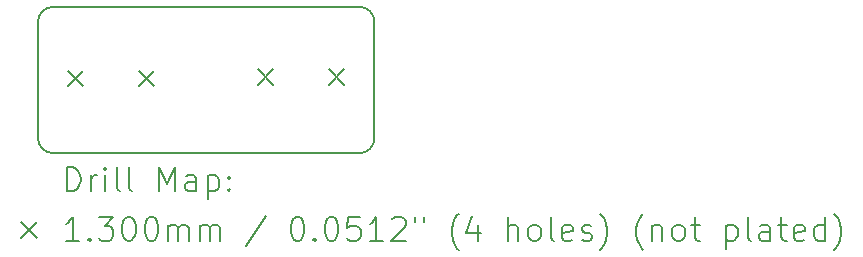
<source format=gbr>
%FSLAX45Y45*%
G04 Gerber Fmt 4.5, Leading zero omitted, Abs format (unit mm)*
G04 Created by KiCad (PCBNEW (6.0.2)) date 2022-09-05 01:34:12*
%MOMM*%
%LPD*%
G01*
G04 APERTURE LIST*
%TA.AperFunction,Profile*%
%ADD10C,0.200000*%
%TD*%
%ADD11C,0.200000*%
%ADD12C,0.130000*%
G04 APERTURE END LIST*
D10*
X2875000Y1120000D02*
G75*
G03*
X2745000Y1250000I-130000J0D01*
G01*
X2745000Y10000D02*
G75*
G03*
X2875000Y140000I0J130000D01*
G01*
X2745000Y10000D02*
X155000Y10000D01*
X25000Y140000D02*
X25000Y1120000D01*
X2875000Y1120000D02*
X2875000Y140000D01*
X155000Y1250000D02*
X2745000Y1250000D01*
X25000Y140000D02*
G75*
G03*
X155000Y10000I130000J0D01*
G01*
X155000Y1250000D02*
G75*
G03*
X25000Y1120000I0J-130000D01*
G01*
D11*
D12*
X280000Y708000D02*
X410000Y578000D01*
X410000Y708000D02*
X280000Y578000D01*
X880000Y708000D02*
X1010000Y578000D01*
X1010000Y708000D02*
X880000Y578000D01*
X1890000Y720000D02*
X2020000Y590000D01*
X2020000Y720000D02*
X1890000Y590000D01*
X2490000Y720000D02*
X2620000Y590000D01*
X2620000Y720000D02*
X2490000Y590000D01*
D11*
X272619Y-310476D02*
X272619Y-110476D01*
X320238Y-110476D01*
X348810Y-120000D01*
X367857Y-139048D01*
X377381Y-158095D01*
X386905Y-196190D01*
X386905Y-224762D01*
X377381Y-262857D01*
X367857Y-281905D01*
X348810Y-300952D01*
X320238Y-310476D01*
X272619Y-310476D01*
X472619Y-310476D02*
X472619Y-177143D01*
X472619Y-215238D02*
X482143Y-196190D01*
X491667Y-186667D01*
X510714Y-177143D01*
X529762Y-177143D01*
X596429Y-310476D02*
X596429Y-177143D01*
X596429Y-110476D02*
X586905Y-120000D01*
X596429Y-129524D01*
X605952Y-120000D01*
X596429Y-110476D01*
X596429Y-129524D01*
X720238Y-310476D02*
X701190Y-300952D01*
X691667Y-281905D01*
X691667Y-110476D01*
X825000Y-310476D02*
X805952Y-300952D01*
X796428Y-281905D01*
X796428Y-110476D01*
X1053571Y-310476D02*
X1053571Y-110476D01*
X1120238Y-253333D01*
X1186905Y-110476D01*
X1186905Y-310476D01*
X1367857Y-310476D02*
X1367857Y-205714D01*
X1358333Y-186667D01*
X1339286Y-177143D01*
X1301190Y-177143D01*
X1282143Y-186667D01*
X1367857Y-300952D02*
X1348810Y-310476D01*
X1301190Y-310476D01*
X1282143Y-300952D01*
X1272619Y-281905D01*
X1272619Y-262857D01*
X1282143Y-243809D01*
X1301190Y-234286D01*
X1348810Y-234286D01*
X1367857Y-224762D01*
X1463095Y-177143D02*
X1463095Y-377143D01*
X1463095Y-186667D02*
X1482143Y-177143D01*
X1520238Y-177143D01*
X1539286Y-186667D01*
X1548809Y-196190D01*
X1558333Y-215238D01*
X1558333Y-272381D01*
X1548809Y-291429D01*
X1539286Y-300952D01*
X1520238Y-310476D01*
X1482143Y-310476D01*
X1463095Y-300952D01*
X1644048Y-291429D02*
X1653571Y-300952D01*
X1644048Y-310476D01*
X1634524Y-300952D01*
X1644048Y-291429D01*
X1644048Y-310476D01*
X1644048Y-186667D02*
X1653571Y-196190D01*
X1644048Y-205714D01*
X1634524Y-196190D01*
X1644048Y-186667D01*
X1644048Y-205714D01*
D12*
X-115000Y-575000D02*
X15000Y-705000D01*
X15000Y-575000D02*
X-115000Y-705000D01*
D11*
X377381Y-730476D02*
X263095Y-730476D01*
X320238Y-730476D02*
X320238Y-530476D01*
X301190Y-559048D01*
X282143Y-578095D01*
X263095Y-587619D01*
X463095Y-711428D02*
X472619Y-720952D01*
X463095Y-730476D01*
X453571Y-720952D01*
X463095Y-711428D01*
X463095Y-730476D01*
X539286Y-530476D02*
X663095Y-530476D01*
X596429Y-606667D01*
X625000Y-606667D01*
X644048Y-616190D01*
X653571Y-625714D01*
X663095Y-644762D01*
X663095Y-692381D01*
X653571Y-711428D01*
X644048Y-720952D01*
X625000Y-730476D01*
X567857Y-730476D01*
X548810Y-720952D01*
X539286Y-711428D01*
X786905Y-530476D02*
X805952Y-530476D01*
X825000Y-540000D01*
X834524Y-549524D01*
X844048Y-568571D01*
X853571Y-606667D01*
X853571Y-654286D01*
X844048Y-692381D01*
X834524Y-711428D01*
X825000Y-720952D01*
X805952Y-730476D01*
X786905Y-730476D01*
X767857Y-720952D01*
X758333Y-711428D01*
X748809Y-692381D01*
X739286Y-654286D01*
X739286Y-606667D01*
X748809Y-568571D01*
X758333Y-549524D01*
X767857Y-540000D01*
X786905Y-530476D01*
X977381Y-530476D02*
X996428Y-530476D01*
X1015476Y-540000D01*
X1025000Y-549524D01*
X1034524Y-568571D01*
X1044048Y-606667D01*
X1044048Y-654286D01*
X1034524Y-692381D01*
X1025000Y-711428D01*
X1015476Y-720952D01*
X996428Y-730476D01*
X977381Y-730476D01*
X958333Y-720952D01*
X948809Y-711428D01*
X939286Y-692381D01*
X929762Y-654286D01*
X929762Y-606667D01*
X939286Y-568571D01*
X948809Y-549524D01*
X958333Y-540000D01*
X977381Y-530476D01*
X1129762Y-730476D02*
X1129762Y-597143D01*
X1129762Y-616190D02*
X1139286Y-606667D01*
X1158333Y-597143D01*
X1186905Y-597143D01*
X1205952Y-606667D01*
X1215476Y-625714D01*
X1215476Y-730476D01*
X1215476Y-625714D02*
X1225000Y-606667D01*
X1244048Y-597143D01*
X1272619Y-597143D01*
X1291667Y-606667D01*
X1301190Y-625714D01*
X1301190Y-730476D01*
X1396429Y-730476D02*
X1396429Y-597143D01*
X1396429Y-616190D02*
X1405952Y-606667D01*
X1425000Y-597143D01*
X1453571Y-597143D01*
X1472619Y-606667D01*
X1482143Y-625714D01*
X1482143Y-730476D01*
X1482143Y-625714D02*
X1491667Y-606667D01*
X1510714Y-597143D01*
X1539286Y-597143D01*
X1558333Y-606667D01*
X1567857Y-625714D01*
X1567857Y-730476D01*
X1958333Y-520952D02*
X1786905Y-778095D01*
X2215476Y-530476D02*
X2234524Y-530476D01*
X2253571Y-540000D01*
X2263095Y-549524D01*
X2272619Y-568571D01*
X2282143Y-606667D01*
X2282143Y-654286D01*
X2272619Y-692381D01*
X2263095Y-711428D01*
X2253571Y-720952D01*
X2234524Y-730476D01*
X2215476Y-730476D01*
X2196429Y-720952D01*
X2186905Y-711428D01*
X2177381Y-692381D01*
X2167857Y-654286D01*
X2167857Y-606667D01*
X2177381Y-568571D01*
X2186905Y-549524D01*
X2196429Y-540000D01*
X2215476Y-530476D01*
X2367857Y-711428D02*
X2377381Y-720952D01*
X2367857Y-730476D01*
X2358333Y-720952D01*
X2367857Y-711428D01*
X2367857Y-730476D01*
X2501190Y-530476D02*
X2520238Y-530476D01*
X2539286Y-540000D01*
X2548810Y-549524D01*
X2558333Y-568571D01*
X2567857Y-606667D01*
X2567857Y-654286D01*
X2558333Y-692381D01*
X2548810Y-711428D01*
X2539286Y-720952D01*
X2520238Y-730476D01*
X2501190Y-730476D01*
X2482143Y-720952D01*
X2472619Y-711428D01*
X2463095Y-692381D01*
X2453571Y-654286D01*
X2453571Y-606667D01*
X2463095Y-568571D01*
X2472619Y-549524D01*
X2482143Y-540000D01*
X2501190Y-530476D01*
X2748810Y-530476D02*
X2653571Y-530476D01*
X2644048Y-625714D01*
X2653571Y-616190D01*
X2672619Y-606667D01*
X2720238Y-606667D01*
X2739286Y-616190D01*
X2748810Y-625714D01*
X2758333Y-644762D01*
X2758333Y-692381D01*
X2748810Y-711428D01*
X2739286Y-720952D01*
X2720238Y-730476D01*
X2672619Y-730476D01*
X2653571Y-720952D01*
X2644048Y-711428D01*
X2948809Y-730476D02*
X2834524Y-730476D01*
X2891667Y-730476D02*
X2891667Y-530476D01*
X2872619Y-559048D01*
X2853571Y-578095D01*
X2834524Y-587619D01*
X3025000Y-549524D02*
X3034524Y-540000D01*
X3053571Y-530476D01*
X3101190Y-530476D01*
X3120238Y-540000D01*
X3129762Y-549524D01*
X3139286Y-568571D01*
X3139286Y-587619D01*
X3129762Y-616190D01*
X3015476Y-730476D01*
X3139286Y-730476D01*
X3215476Y-530476D02*
X3215476Y-568571D01*
X3291667Y-530476D02*
X3291667Y-568571D01*
X3586905Y-806667D02*
X3577381Y-797143D01*
X3558333Y-768571D01*
X3548809Y-749524D01*
X3539286Y-720952D01*
X3529762Y-673333D01*
X3529762Y-635238D01*
X3539286Y-587619D01*
X3548809Y-559048D01*
X3558333Y-540000D01*
X3577381Y-511428D01*
X3586905Y-501905D01*
X3748809Y-597143D02*
X3748809Y-730476D01*
X3701190Y-520952D02*
X3653571Y-663810D01*
X3777381Y-663810D01*
X4005952Y-730476D02*
X4005952Y-530476D01*
X4091667Y-730476D02*
X4091667Y-625714D01*
X4082143Y-606667D01*
X4063095Y-597143D01*
X4034524Y-597143D01*
X4015476Y-606667D01*
X4005952Y-616190D01*
X4215476Y-730476D02*
X4196429Y-720952D01*
X4186905Y-711428D01*
X4177381Y-692381D01*
X4177381Y-635238D01*
X4186905Y-616190D01*
X4196429Y-606667D01*
X4215476Y-597143D01*
X4244048Y-597143D01*
X4263095Y-606667D01*
X4272619Y-616190D01*
X4282143Y-635238D01*
X4282143Y-692381D01*
X4272619Y-711428D01*
X4263095Y-720952D01*
X4244048Y-730476D01*
X4215476Y-730476D01*
X4396429Y-730476D02*
X4377381Y-720952D01*
X4367857Y-701905D01*
X4367857Y-530476D01*
X4548810Y-720952D02*
X4529762Y-730476D01*
X4491667Y-730476D01*
X4472619Y-720952D01*
X4463095Y-701905D01*
X4463095Y-625714D01*
X4472619Y-606667D01*
X4491667Y-597143D01*
X4529762Y-597143D01*
X4548810Y-606667D01*
X4558333Y-625714D01*
X4558333Y-644762D01*
X4463095Y-663810D01*
X4634524Y-720952D02*
X4653571Y-730476D01*
X4691667Y-730476D01*
X4710714Y-720952D01*
X4720238Y-701905D01*
X4720238Y-692381D01*
X4710714Y-673333D01*
X4691667Y-663810D01*
X4663095Y-663810D01*
X4644048Y-654286D01*
X4634524Y-635238D01*
X4634524Y-625714D01*
X4644048Y-606667D01*
X4663095Y-597143D01*
X4691667Y-597143D01*
X4710714Y-606667D01*
X4786905Y-806667D02*
X4796429Y-797143D01*
X4815476Y-768571D01*
X4825000Y-749524D01*
X4834524Y-720952D01*
X4844048Y-673333D01*
X4844048Y-635238D01*
X4834524Y-587619D01*
X4825000Y-559048D01*
X4815476Y-540000D01*
X4796429Y-511428D01*
X4786905Y-501905D01*
X5148810Y-806667D02*
X5139286Y-797143D01*
X5120238Y-768571D01*
X5110714Y-749524D01*
X5101190Y-720952D01*
X5091667Y-673333D01*
X5091667Y-635238D01*
X5101190Y-587619D01*
X5110714Y-559048D01*
X5120238Y-540000D01*
X5139286Y-511428D01*
X5148810Y-501905D01*
X5225000Y-597143D02*
X5225000Y-730476D01*
X5225000Y-616190D02*
X5234524Y-606667D01*
X5253571Y-597143D01*
X5282143Y-597143D01*
X5301190Y-606667D01*
X5310714Y-625714D01*
X5310714Y-730476D01*
X5434524Y-730476D02*
X5415476Y-720952D01*
X5405952Y-711428D01*
X5396429Y-692381D01*
X5396429Y-635238D01*
X5405952Y-616190D01*
X5415476Y-606667D01*
X5434524Y-597143D01*
X5463095Y-597143D01*
X5482143Y-606667D01*
X5491667Y-616190D01*
X5501190Y-635238D01*
X5501190Y-692381D01*
X5491667Y-711428D01*
X5482143Y-720952D01*
X5463095Y-730476D01*
X5434524Y-730476D01*
X5558333Y-597143D02*
X5634524Y-597143D01*
X5586905Y-530476D02*
X5586905Y-701905D01*
X5596428Y-720952D01*
X5615476Y-730476D01*
X5634524Y-730476D01*
X5853571Y-597143D02*
X5853571Y-797143D01*
X5853571Y-606667D02*
X5872619Y-597143D01*
X5910714Y-597143D01*
X5929762Y-606667D01*
X5939286Y-616190D01*
X5948809Y-635238D01*
X5948809Y-692381D01*
X5939286Y-711428D01*
X5929762Y-720952D01*
X5910714Y-730476D01*
X5872619Y-730476D01*
X5853571Y-720952D01*
X6063095Y-730476D02*
X6044048Y-720952D01*
X6034524Y-701905D01*
X6034524Y-530476D01*
X6225000Y-730476D02*
X6225000Y-625714D01*
X6215476Y-606667D01*
X6196428Y-597143D01*
X6158333Y-597143D01*
X6139286Y-606667D01*
X6225000Y-720952D02*
X6205952Y-730476D01*
X6158333Y-730476D01*
X6139286Y-720952D01*
X6129762Y-701905D01*
X6129762Y-682857D01*
X6139286Y-663810D01*
X6158333Y-654286D01*
X6205952Y-654286D01*
X6225000Y-644762D01*
X6291667Y-597143D02*
X6367857Y-597143D01*
X6320238Y-530476D02*
X6320238Y-701905D01*
X6329762Y-720952D01*
X6348809Y-730476D01*
X6367857Y-730476D01*
X6510714Y-720952D02*
X6491667Y-730476D01*
X6453571Y-730476D01*
X6434524Y-720952D01*
X6425000Y-701905D01*
X6425000Y-625714D01*
X6434524Y-606667D01*
X6453571Y-597143D01*
X6491667Y-597143D01*
X6510714Y-606667D01*
X6520238Y-625714D01*
X6520238Y-644762D01*
X6425000Y-663810D01*
X6691667Y-730476D02*
X6691667Y-530476D01*
X6691667Y-720952D02*
X6672619Y-730476D01*
X6634524Y-730476D01*
X6615476Y-720952D01*
X6605952Y-711428D01*
X6596428Y-692381D01*
X6596428Y-635238D01*
X6605952Y-616190D01*
X6615476Y-606667D01*
X6634524Y-597143D01*
X6672619Y-597143D01*
X6691667Y-606667D01*
X6767857Y-806667D02*
X6777381Y-797143D01*
X6796428Y-768571D01*
X6805952Y-749524D01*
X6815476Y-720952D01*
X6825000Y-673333D01*
X6825000Y-635238D01*
X6815476Y-587619D01*
X6805952Y-559048D01*
X6796428Y-540000D01*
X6777381Y-511428D01*
X6767857Y-501905D01*
M02*

</source>
